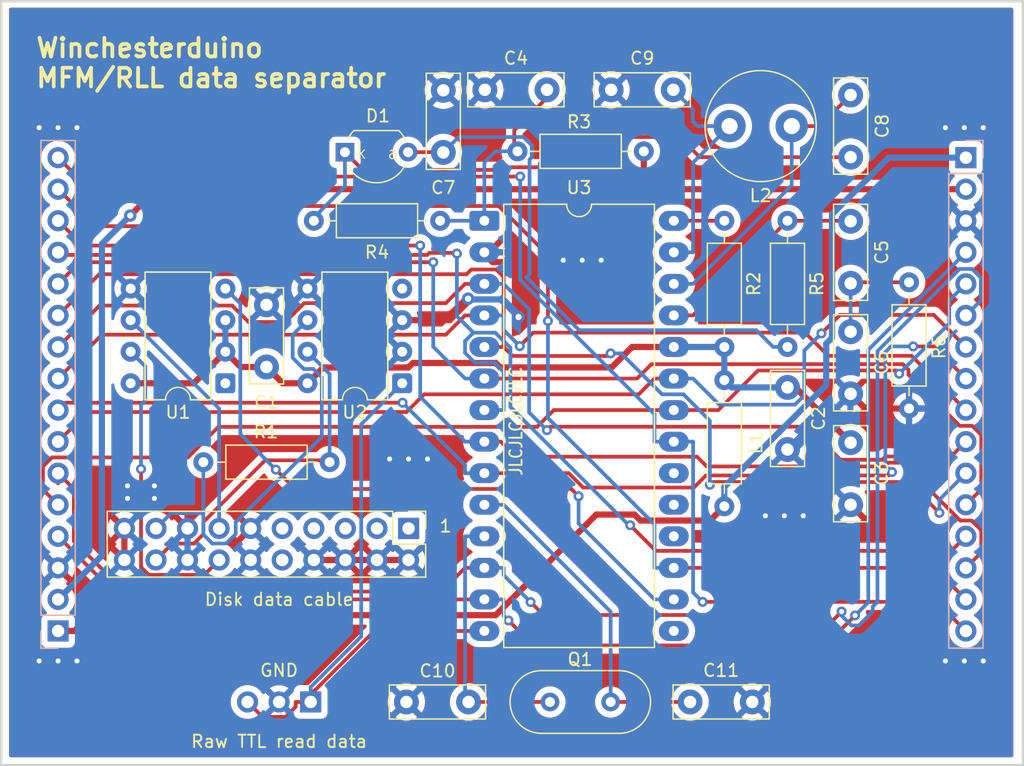
<source format=kicad_pcb>
(kicad_pcb (version 20241229) (generator "pcbnew") (generator_version "9.0")
  (title_block (date "mar. 31 mars 2015"))
  (layers (0 "F.Cu" signal) (2 "B.Cu" signal) (13 "F.Paste" user) (15 "B.Paste" user) (5 "F.SilkS" user "F.Silkscreen") (7 "B.SilkS" user "B.Silkscreen") (1 "F.Mask" user) (3 "B.Mask" user) (25 "Edge.Cuts" user))
  (net 0 "")
  (net 1 "GND")
  (net 2 "/+5VF")
  (net 3 "Net-(U3-ADJUST)")
  (net 4 "Net-(U3-PUMP)")
  (net 5 "Net-(C5-Pad2)")
  (net 6 "Net-(D1-A)")
  (net 7 "Net-(U3-VCOIN)")
  (net 8 "Net-(D1-K)")
  (net 9 "Net-(U3-VCOOUT)")
  (net 10 "Net-(U3-XTALOUT)")
  (net 11 "Net-(U3-XTALIN)")
  (net 12 "/SC")
  (net 13 "/WGATE")
  (net 14 "/RLL~{MFM}")
  (net 15 "/WCLOCK")
  (net 16 "/RCLOCK")
  (net 17 "/+12V")
  (net 18 "/~{LATE}")
  (net 19 "/RDATA")
  (net 20 "/WDATA")
  (net 21 "/RGATE")
  (net 22 "/~{EARLY}")
  (net 23 "/DATARUN")
  (net 24 "/+5V")
  (net 25 "/WPCEN")
  (net 26 "/WINDOW")
  (net 28 "/+WRITE")
  (net 34 "/-READ")
  (net 35 "/+READ")
  (net 36 "/-WRITE")
  (net 37 "Net-(J4-Pin_1)")
  (net 38 "Net-(U3-IREF)")
  (net 39 "Net-(U1-D)")
  (footprint "Resistor_THT:R_Axial_DIN0207_L6.3mm_D2.5mm_P10.16mm_Horizontal" (layer "F.Cu") (at 124.384 56.185)
    (property "Reference" "R4")
    (property "Value" "100K")
  )
  (footprint "Capacitor_THT:C_Disc_D7.5mm_W2.5mm_P5.00mm" (layer "F.Cu") (at 167.564 74.045 -90)
    (property "Reference" "C3")
    (property "Value" "1n0")
  )
  (footprint "Package_DIP:DIP-8_W7.62mm" (layer "F.Cu") (at 131.491 69.266 180)
    (property "Reference" "U2")
    (property "Value" "SN75176")
  )
  (footprint "Package_DIP:DIP-28_W15.24mm_LongPads" (layer "F.Cu") (at 138.1 56.185)
    (property "Reference" "U3")
    (property "Value" "WD10C22")
  )
  (footprint "Capacitor_THT:C_Disc_D7.5mm_W2.5mm_P5.00mm" (layer "F.Cu") (at 153.3 45.644 180)
    (property "Reference" "C9")
    (property "Value" "1n0")
  )
  (footprint "Capacitor_THT:C_Disc_D7.5mm_W2.5mm_P5.00mm" (layer "F.Cu") (at 167.564 56.225 -90)
    (property "Reference" "C5")
    (property "Value" "4n7")
  )
  (footprint "Connector_PinHeader_2.54mm:PinHeader_2x10_P2.54mm_Vertical" (layer "F.Cu") (at 132.004 80.95 -90)
    (property "Reference" "J3" (hide yes))
    (property "Value" "Conn_02x10_Odd_Even")
  )
  (footprint "Resistor_THT:R_Axial_DIN0207_L6.3mm_D2.5mm_P10.16mm_Horizontal" (layer "F.Cu") (at 162.484 56.185 -90)
    (property "Reference" "R5")
    (property "Value" "1K5")
  )
  (footprint "Resistor_THT:R_Axial_DIN0207_L6.3mm_D2.5mm_P10.16mm_Horizontal" (layer "F.Cu") (at 140.767 50.597)
    (property "Reference" "R3")
    (property "Value" "36K")
  )
  (footprint "Capacitor_THT:C_Disc_D7.5mm_W2.5mm_P5.00mm" (layer "F.Cu") (at 120.574 67.956 90)
    (property "Reference" "C1")
    (property "Value" "100n")
  )
  (footprint "Package_TO_SOT_THT:TO-92-2_Wide" (layer "F.Cu") (at 129.464 50.851)
    (property "Reference" "D1")
    (property "Value" "BB112")
  )
  (footprint "Resistor_THT:R_Axial_DIN0207_L6.3mm_D2.5mm_P10.16mm_Horizontal" (layer "F.Cu") (at 157.404 56.185 -90)
    (property "Reference" "R2")
    (property "Value" "10K")
  )
  (footprint "Capacitor_THT:C_Disc_D7.5mm_W2.5mm_P5.00mm" (layer "F.Cu") (at 167.564 51.065 90)
    (property "Reference" "C8")
    (property "Value" "1n0")
  )
  (footprint "Inductor_THT:L_Radial_D8.7mm_P5.00mm_Fastron_07HCP" (layer "F.Cu") (at 162.825 48.565 180)
    (property "Reference" "L2")
    (property "Value" "L_Small")
  )
  (footprint "Resistor_THT:R_Axial_DIN0207_L6.3mm_D2.5mm_P10.16mm_Horizontal" (layer "F.Cu") (at 157.404 79.172 90)
    (property "Reference" "L1")
    (property "Value" "ferrite bead")
  )
  (footprint "Resistor_THT:R_Axial_DIN0207_L6.3mm_D2.5mm_P10.16mm_Horizontal" (layer "F.Cu") (at 125.654 75.616 180)
    (property "Reference" "R1")
    (property "Value" "100")
  )
  (footprint "Resistor_THT:R_Axial_DIN0207_L6.3mm_D2.5mm_P10.16mm_Horizontal" (layer "F.Cu") (at 172.263 61.138 -90)
    (property "Reference" "R6")
    (property "Value" "590")
  )
  (footprint "Crystal:Crystal_HC49-U_Vertical" (layer "F.Cu") (at 143.38 94.92)
    (property "Reference" "Q1")
    (property "Value" "16 MHz")
  )
  (footprint "Capacitor_THT:C_Disc_D7.5mm_W2.5mm_P5.00mm" (layer "F.Cu") (at 159.65 94.92 180)
    (property "Reference" "C11")
    (property "Value" "~")
  )
  (footprint "Capacitor_THT:C_Disc_D7.5mm_W2.5mm_P5.00mm" (layer "F.Cu") (at 138.14 45.644)
    (property "Reference" "C4")
    (property "Value" "100n")
  )
  (footprint "Capacitor_THT:C_Disc_D7.5mm_W2.5mm_P5.00mm" (layer "F.Cu") (at 162.484 69.6 -90)
    (property "Reference" "C2")
    (property "Value" "100n")
  )
  (footprint "Capacitor_THT:C_Disc_D7.5mm_W2.5mm_P5.00mm" (layer "F.Cu") (at 167.564 65.115 -90)
    (property "Reference" "C6")
    (property "Value" "150p")
  )
  (footprint "Package_DIP:DIP-8_W7.62mm" (layer "F.Cu") (at 117.267 69.266 180)
    (property "Reference" "U1")
    (property "Value" "SN75176")
  )
  (footprint "Capacitor_THT:C_Disc_D7.5mm_W2.5mm_P5.00mm" (layer "F.Cu") (at 131.83 94.92)
    (property "Reference" "C10")
    (property "Value" "~")
  )
  (footprint "Capacitor_THT:C_Disc_D7.5mm_W2.5mm_P5.00mm" (layer "F.Cu") (at 134.798 45.684 -90)
    (property "Reference" "C7")
    (property "Value" "4n7")
  )
  (footprint "Connector_PinHeader_2.54mm:PinHeader_1x03_P2.54mm_Vertical" (layer "F.Cu") (at 124.13 94.92 -90)
    (property "Reference" "J4" (hide yes))
    (property "Value" "TTL read data to logic analyzer (optional)")
  )
  (footprint "Connector_PinHeader_2.54mm:PinHeader_1x16_P2.54mm_Vertical" (layer "B.Cu") (at 176.835 51.105 180)
    (property "Reference" "J2" (hide yes))
    (property "Value" "Conn_01x16")
  )
  (footprint "Connector_PinHeader_2.54mm:PinHeader_1x16_P2.54mm_Vertical" (layer "B.Cu") (at 103.81 89.205)
    (property "Reference" "J1" (hide yes))
    (property "Value" "Conn_01x16")
  )
  (gr_rect (start 99.238 38.515) (end 181.426727 100) (stroke (width 0.2)) (fill no) (layer "Edge.Cuts"))
  (gr_text "Winchesterduino\nMFM/RLL data separator" (at 101.905 43.485 0) (layer "F.SilkS") (effects (font (size 1.5 1.5) (thickness 0.3) (bold yes)) (justify left)))
  (gr_text "GND" (at 121.59 92.38 0) (layer "F.SilkS") (effects (font (size 1 1))))
  (gr_text "Raw TTL read data" (at 121.59 98.095 0) (layer "F.SilkS") (effects (font (size 1 1))))
  (gr_text "Disk data cable" (at 121.59 86.665 0) (layer "F.SilkS") (effects (font (size 1 1))))
  (gr_text "1" (at 134.983348 80.754446 0) (layer "F.SilkS") (effects (font (size 1 1))))
  (gr_text "JLCJLCJLCJLC" (at 140.64 72.314 90) (layer "F.SilkS") (effects (font (size 1 0.85) (thickness 0.15) (bold yes))))
  (segment (start 109.144 83.49) (end 106.731 81.077) (width 0.5) (layer "F.Cu") (net 1))
  (segment (start 114.224 80.95) (end 114.224 78.918) (width 0.5) (layer "F.Cu") (net 1))
  (segment (start 139.9827 59.5093) (end 140.132 59.36) (width 0.5) (layer "F.Cu") (net 1))
  (segment (start 138.481 58.725) (end 139.624 57.582) (width 0.5) (layer "F.Cu") (net 1))
  (segment (start 114.224 80.95) (end 114.224 80.442) (width 0.5) (layer "F.Cu") (net 1))
  (segment (start 124.384 83.49) (end 126.924 83.49) (width 0.5) (layer "F.Cu") (net 1))
  (segment (start 109.144 83.49) (end 109.144 80.95) (width 0.5) (layer "F.Cu") (net 1))
  (segment (start 138.1 58.852) (end 138.7573 59.5093) (width 0.5) (layer "F.Cu") (net 1))
  (segment (start 138.1 58.725) (end 138.481 58.725) (width 0.5) (layer "F.Cu") (net 1))
  (segment (start 131.491 64.186) (end 135.306 64.186) (width 0.5) (layer "F.Cu") (net 1))
  (segment (start 129.464 83.49) (end 132.004 83.49) (width 0.5) (layer "F.Cu") (net 1))
  (segment (start 135.306 64.186) (end 136.791501 62.700499) (width 0.5) (layer "F.Cu") (net 1))
  (segment (start 114.224 80.442) (end 115.494 79.172) (width 0.5) (layer "F.Cu") (net 1))
  (segment (start 138.1 58.725) (end 138.1 58.852) (width 0.5) (layer "F.Cu") (net 1))
  (segment (start 138.862 59.5093) (end 139.9827 59.5093) (width 0.5) (layer "F.Cu") (net 1))
  (segment (start 136.791501 62.700499) (end 136.791501 62.458579) (width 0.5) (layer "F.Cu") (net 1))
  (segment (start 138.7573 59.5093) (end 138.862 59.5093) (width 0.5) (layer "F.Cu") (net 1))
  (segment (start 126.924 83.49) (end 129.464 83.49) (width 0.5) (layer "F.Cu") (net 1))
  (via (at 136.791501 62.458579) (size 1) (drill 0.5) (layers "F.Cu" "B.Cu") (net 1))
  (via (at 176.708 48.692) (size 0.8) (drill 0.4) (layers "F.Cu" "B.Cu") (net 1))
  (via (at 103.81 91.618) (size 0.8) (drill 0.4) (layers "F.Cu" "B.Cu") (net 1))
  (via (at 176.708 91.618) (size 0.8) (drill 0.4) (layers "F.Cu" "B.Cu") (net 1))
  (via (at 111.557 77.521) (size 0.8) (drill 0.4) (layers "F.Cu" "B.Cu") (net 1))
  (via (at 145.974 59.36) (size 0.8) (drill 0.4) (layers "F.Cu" "B.Cu") (net 1))
  (via (at 175.184 48.692) (size 0.8) (drill 0.4) (layers "F.Cu" "B.Cu") (net 1))
  (via (at 163.754 79.934) (size 0.8) (drill 0.4) (layers "F.Cu" "B.Cu") (net 1))
  (via (at 111.557 78.537) (size 0.8) (drill 0.4) (layers "F.Cu" "B.Cu") (net 1))
  (via (at 160.706 79.934) (size 0.8) (drill 0.4) (layers "F.Cu" "B.Cu") (net 1))
  (via (at 147.498 59.36) (size 0.8) (drill 0.4) (layers "F.Cu" "B.Cu") (net 1))
  (via (at 175.184 91.618) (size 0.8) (drill 0.4) (layers "F.Cu" "B.Cu") (net 1))
  (via (at 144.45 59.36) (size 0.8) (drill 0.4) (layers "F.Cu" "B.Cu") (net 1))
  (via (at 109.398 78.537) (size 0.8) (drill 0.4) (layers "F.Cu" "B.Cu") (net 1))
  (via (at 103.81 48.692) (size 0.8) (drill 0.4) (layers "F.Cu" "B.Cu") (net 1))
  (via (at 140.8511 63.932) (size 1) (drill 0.5) (layers "F.Cu" "B.Cu") (net 1))
  (via (at 130.48 75.362) (size 0.8) (drill 0.4) (layers "F.Cu" "B.Cu") (net 1))
  (via (at 178.232 91.618) (size 0.8) (drill 0.4) (layers "F.Cu" "B.Cu") (net 1))
  (via (at 109.398 77.521) (size 0.8) (drill 0.4) (layers "F.Cu" "B.Cu") (net 1))
  (via (at 105.334 48.692) (size 0.8) (drill 0.4) (layers "F.Cu" "B.Cu") (net 1))
  (via (at 162.23 79.934) (size 0.8) (drill 0.4) (layers "F.Cu" "B.Cu") (net 1))
  (via (at 105.334 91.618) (size 0.8) (drill 0.4) (layers "F.Cu" "B.Cu") (net 1))
  (via (at 102.286 48.692) (size 0.8) (drill 0.4) (layers "F.Cu" "B.Cu") (net 1))
  (via (at 133.528 75.362) (size 0.8) (drill 0.4) (layers "F.Cu" "B.Cu") (net 1))
  (via (at 178.232 48.692) (size 0.8) (drill 0.4) (layers "F.Cu" "B.Cu") (net 1))
  (via (at 132.004 75.362) (size 0.8) (drill 0.4) (layers "F.Cu" "B.Cu") (net 1))
  (via (at 102.286 91.618) (size 0.8) (drill 0.4) (layers "F.Cu" "B.Cu") (net 1))
  (segment (start 136.791501 62.458579) (end 136.848922 62.516) (width 0.5) (layer "B.Cu") (net 1))
  (segment (start 136.848922 62.516) (end 139.4351 62.516) (width 0.5) (layer "B.Cu") (net 1))
  (segment (start 163.079 74.6) (end 162.484 74.6) (width 0.5) (layer "B.Cu") (net 1))
  (segment (start 167.564 70.115) (end 163.079 74.6) (width 0.5) (layer "B.Cu") (net 1))
  (segment (start 167.544 72.04) (end 167.564 72.06) (width 0.5) (layer "B.Cu") (net 1))
  (segment (start 139.4351 62.516) (end 140.8511 63.932) (width 0.5) (layer "B.Cu") (net 1))
  (segment (start 167.564 70.115) (end 167.544 70.135) (width 0.5) (layer "B.Cu") (net 1))
  (segment (start 114.224 83.49) (end 114.224 80.95) (width 0.5) (layer "B.Cu") (net 1))
  (segment (start 167.544 70.135) (end 167.544 72.04) (width 0.5) (layer "B.Cu") (net 1))
  (segment (start 123.871 69.266) (end 121.884 69.266) (width 0.5) (layer "F.Cu") (net 2))
  (segment (start 153.34 66.345) (end 149.982096 66.345) (width 0.5) (layer "F.Cu") (net 2))
  (segment (start 121.884 69.266) (end 120.574 67.956) (width 0.5) (layer "F.Cu") (net 2))
  (segment (start 163.119 69.6) (end 162.484 69.6) (width 0.5) (layer "F.Cu") (net 2))
  (segment (start 149.982096 66.345) (end 148.336187 67.990909) (width 0.5) (layer "F.Cu") (net 2))
  (segment (start 139.018181 67.634) (end 132.352182 67.634) (width 0.5) (layer "F.Cu") (net 2))
  (segment (start 120.574 67.956) (end 118.497 67.956) (width 0.5) (layer "F.Cu") (net 2))
  (segment (start 132.352182 67.634) (end 131.990182 67.996) (width 0.5) (layer "F.Cu") (net 2))
  (segment (start 125.141 67.996) (end 123.871 69.266) (width 0.5) (layer "F.Cu") (net 2))
  (segment (start 109.647 69.266) (end 114.727 69.266) (width 0.5) (layer "F.Cu") (net 2))
  (segment (start 139.37509 67.990909) (end 139.018181 67.634) (width 0.5) (layer "F.Cu") (net 2))
  (segment (start 167.564 74.045) (end 163.119 69.6) (width 0.5) (layer "F.Cu") (net 2))
  (segment (start 118.497 67.956) (end 117.267 66.726) (width 0.5) (layer "F.Cu") (net 2))
  (segment (start 114.727 69.266) (end 117.267 66.726) (width 0.5) (layer "F.Cu") (net 2))
  (segment (start 148.336187 67.990909) (end 139.37509 67.990909) (width 0.5) (layer "F.Cu") (net 2))
  (segment (start 131.990182 67.996) (end 125.141 67.996) (width 0.5) (layer "F.Cu") (net 2))
  (segment (start 157.404 66.345) (end 153.34 66.345) (width 0.5) (layer "B.Cu") (net 2))
  (segment (start 157.404 69.012) (end 157.404 66.345) (width 0.5) (layer "B.Cu") (net 2))
  (segment (start 117.267 66.726) (end 117.267 64.186) (width 0.5) (layer "B.Cu") (net 2))
  (segment (start 162.484 69.6) (end 157.992 69.6) (width 0.5) (layer "B.Cu") (net 2))
  (segment (start 157.992 69.6) (end 157.404 69.012) (width 0.5) (layer "B.Cu") (net 2))
  (segment (start 143.775 45.644) (end 140.50374 48.91526) (width 0.3) (layer "F.Cu") (net 3))
  (segment (start 140.50374 48.91526) (end 140.50374 50.33374) (width 0.3) (layer "F.Cu") (net 3))
  (segment (start 137.973 56.312) (end 138.1 56.185) (width 0.3) (layer "B.Cu") (net 3))
  (segment (start 138.989 50.597) (end 140.767 50.597) (width 0.3) (layer "B.Cu") (net 3))
  (segment (start 138.1 51.486) (end 138.989 50.597) (width 0.3) (layer "B.Cu") (net 3))
  (segment (start 134.544 56.185) (end 138.1 56.185) (width 0.3) (layer "B.Cu") (net 3))
  (segment (start 138.1 51.486) (end 138.1 56.185) (width 0.3) (layer "B.Cu") (net 3))
  (segment (start 167.524 56.185) (end 167.564 56.225) (width 0.3) (layer "F.Cu") (net 4))
  (segment (start 154.8917 63.7773) (end 162.484 56.185) (width 0.3) (layer "F.Cu") (net 4))
  (segment (start 153.34 63.805) (end 154.8917 63.805) (width 0.3) (layer "F.Cu") (net 4))
  (segment (start 154.8917 63.805) (end 154.8917 63.7773) (width 0.3) (layer "F.Cu") (net 4))
  (segment (start 162.484 56.185) (end 167.524 56.185) (width 0.3) (layer "F.Cu") (net 4))
  (segment (start 167.651 61.138) (end 167.564 61.225) (width 0.3) (layer "F.Cu") (net 5))
  (segment (start 172.517 61.138) (end 167.651 61.138) (width 0.3) (layer "F.Cu") (net 5))
  (segment (start 167.564 65.115) (end 167.564 61.225) (width 0.3) (layer "B.Cu") (net 5))
  (segment (start 134.778667 50.664667) (end 134.798 50.684) (width 0.3) (layer "F.Cu") (net 6))
  (segment (start 131.496 50.664667) (end 134.778667 50.664667) (width 0.3) (layer "F.Cu") (net 6))
  (segment (start 159.9826 64.9953) (end 145.73462 64.9953) (width 0.3) (layer "B.Cu") (net 6))
  (segment (start 145.73462 64.9953) (end 141.4866 60.74728) (width 0.3) (layer "B.Cu") (net 6))
  (segment (start 141.918 50.12024) (end 141.24376 49.446) (width 0.3) (layer "B.Cu") (net 6))
  (segment (start 141.24376 49.446) (end 136.036 49.446) (width 0.3) (layer "B.Cu") (net 6))
  (segment (start 141.7366 51.25516) (end 141.918 51.07376) (width 0.3) (layer "B.Cu") (net 6))
  (segment (start 141.4866 60.74728) (end 141.7366 60.49728) (width 0.3) (layer "B.Cu") (net 6))
  (segment (start 161.3323 66.345) (end 159.9826 64.9953) (width 0.3) (layer "B.Cu") (net 6))
  (segment (start 162.484 66.345) (end 161.3323 66.345) (width 0.3) (layer "B.Cu") (net 6))
  (segment (start 136.036 49.446) (end 134.798 50.684) (width 0.3) (layer "B.Cu") (net 6))
  (segment (start 141.918 51.07376) (end 141.918 50.12024) (width 0.3) (layer "B.Cu") (net 6))
  (segment (start 141.7366 60.49728) (end 141.7366 51.25516) (width 0.3) (layer "B.Cu") (net 6))
  (segment (start 162.825 48.565) (end 165.064 48.565) (width 0.3) (layer "F.Cu") (net 7))
  (segment (start 165.064 48.565) (end 167.564 46.065) (width 0.3) (layer "F.Cu") (net 7))
  (segment (start 153.34 61.265) (end 154.8917 61.265) (width 0.3) (layer "B.Cu") (net 7))
  (segment (start 162.825 53.3317) (end 154.8917 61.265) (width 0.3) (layer "B.Cu") (net 7))
  (segment (start 162.825 48.565) (end 162.825 53.3317) (width 0.3) (layer "B.Cu") (net 7))
  (segment (start 128.311455 52.0898) (end 126.886322 50.664667) (width 0.3) (layer "F.Cu") (net 8))
  (segment (start 153.8139 49.446) (end 149.919 49.446) (width 0.3) (layer "F.Cu") (net 8))
  (segment (start 147.4877 51.8773) (end 139.6687 51.8773) (width 0.3) (layer "F.Cu") (net 8))
  (segment (start 149.919 49.446) (end 147.4877 51.8773) (width 0.3) (layer "F.Cu") (net 8))
  (segment (start 167.564 51.065) (end 155.4329 51.065) (width 0.3) (layer "F.Cu") (net 8))
  (segment (start 139.4562 52.0898) (end 128.311455 52.0898) (width 0.3) (layer "F.Cu") (net 8))
  (segment (start 139.6687 51.8773) (end 139.4562 52.0898) (width 0.3) (layer "F.Cu") (net 8))
  (segment (start 155.4329 51.065) (end 153.8139 49.446) (width 0.3) (layer "F.Cu") (net 8))
  (segment (start 126.886322 50.664667) (end 126.886322 53.428678) (width 0.3) (layer "B.Cu") (net 8))
  (segment (start 126.886322 53.428678) (end 124.003 56.312) (width 0.3) (layer "B.Cu") (net 8))
  (segment (start 153.34 58.725) (end 154.8917 58.725) (width 0.3) (layer "B.Cu") (net 9))
  (segment (start 157.825 48.565) (end 154.8917 51.4983) (width 0.3) (layer "B.Cu") (net 9))
  (segment (start 157.825 48.565) (end 155.245 48.565) (width 0.3) (layer "B.Cu") (net 9))
  (segment (start 155.245 48.565) (end 154.864 48.184) (width 0.3) (layer "B.Cu") (net 9))
  (segment (start 154.864 47.208) (end 153.3 45.644) (width 0.3) (layer "B.Cu") (net 9))
  (segment (start 154.8917 51.4983) (end 154.8917 58.725) (width 0.3) (layer "B.Cu") (net 9))
  (segment (start 154.864 48.184) (end 154.864 47.208) (width 0.3) (layer "B.Cu") (net 9))
  (segment (start 143.38 94.92) (end 136.83 94.92) (width 0.3) (layer "F.Cu") (net 10))
  (segment (start 136.83 94.92) (end 136.5483 94.6383) (width 0.3) (layer "B.Cu") (net 10))
  (segment (start 136.5483 94.6383) (end 136.5483 81.585) (width 0.3) (layer "B.Cu") (net 10))
  (segment (start 138.1 81.585) (end 136.5483 81.585) (width 0.3) (layer "B.Cu") (net 10))
  (segment (start 148.26 94.92) (end 154.65 94.92) (width 0.3) (layer "F.Cu") (net 11))
  (segment (start 148.26 87.6533) (end 139.6517 79.045) (width 0.3) (layer "B.Cu") (net 11))
  (segment (start 138.1 79.045) (end 139.6517 79.045) (width 0.3) (layer "B.Cu") (net 11))
  (segment (start 148.26 94.92) (end 148.26 87.6533) (width 0.3) (layer "B.Cu") (net 11))
  (segment (start 174.4922 86.8622) (end 155.6548 86.8622) (width 0.3) (layer "F.Cu") (net 12))
  (segment (start 103.81 51.105) (end 105.3333 52.6283) (width 0.3) (layer "F.Cu") (net 12))
  (segment (start 105.3333 52.6283) (end 140.9856 52.6283) (width 0.3) (layer "F.Cu") (net 12))
  (segment (start 176.835 89.205) (end 174.4922 86.8622) (width 0.3) (layer "F.Cu") (net 12))
  (via (at 155.6548 86.8622) (size 0.8) (drill 0.4) (layers "F.Cu" "B.Cu") (net 12))
  (via (at 140.9856 52.6283) (size 0.8) (drill 0.4) (layers "F.Cu" "B.Cu") (net 12))
  (segment (start 154.8917 73.965) (end 154.8917 86.0991) (width 0.3) (layer "B.Cu") (net 12))
  (segment (start 151.7883 73.965) (end 151.7883 71.7575) (width 0.3) (layer "B.Cu") (net 12))
  (segment (start 154.8917 86.0991) (end 155.6548 86.8622) (width 0.3) (layer "B.Cu") (net 12))
  (segment (start 153.7736 73.965) (end 154.8917 73.965) (width 0.3) (layer "B.Cu") (net 12))
  (segment (start 151.7883 71.7575) (end 140.9856 60.9548) (width 0.3) (layer "B.Cu") (net 12))
  (segment (start 140.9856 60.9548) (end 140.9856 52.6283) (width 0.3) (layer "B.Cu") (net 12))
  (segment (start 153.7736 73.965) (end 153.34 73.965) (width 0.3) (layer "B.Cu") (net 12))
  (segment (start 153.34 73.965) (end 151.7883 73.965) (width 0.3) (layer "B.Cu") (net 12))
  (segment (start 170.103079 75.4266) (end 170.37088 75.1588) (width 0.3) (layer "F.Cu") (net 13))
  (segment (start 170.37088 75.1588) (end 171.93712 75.1588) (width 0.3) (layer "F.Cu") (net 13))
  (segment (start 172.20492 75.4266) (end 175.3734 75.4266) (width 0.3) (layer "F.Cu") (net 13))
  (segment (start 134.9966 62.8167) (end 123.6116 62.8167) (width 0.3) (layer "F.Cu") (net 13))
  (segment (start 138.1 61.265) (end 136.5483 61.265) (width 0.3) (layer "F.Cu") (net 13))
  (segment (start 136.5483 61.265) (end 134.9966 62.8167) (width 0.3) (layer "F.Cu") (net 13))
  (segment (start 143.133 73.0421) (end 143.4107 72.7644) (width 0.3) (layer "F.Cu") (net 13))
  (segment (start 123.6116 62.8167) (end 122.0916 64.3367) (width 0.3) (layer "F.Cu") (net 13))
  (segment (start 166.7456 75.4266) (end 170.103079 75.4266) (width 0.3) (layer "F.Cu") (net 13))
  (segment (start 175.3734 75.4266) (end 176.835 73.965) (width 0.3) (layer "F.Cu") (net 13))
  (segment (start 107.1448 63.0102) (end 103.81 66.345) (width 0.3) (layer "F.Cu") (net 13))
  (segment (start 164.0834 72.7644) (end 166.7456 75.4266) (width 0.3) (layer "F.Cu") (net 13))
  (segment (start 119.137 64.3367) (end 117.8105 63.0102) (width 0.3) (layer "F.Cu") (net 13))
  (segment (start 143.4107 72.7644) (end 164.0834 72.7644) (width 0.3) (layer "F.Cu") (net 13))
  (segment (start 122.0916 64.3367) (end 119.137 64.3367) (width 0.3) (layer "F.Cu") (net 13))
  (segment (start 171.93712 75.1588) (end 172.20492 75.4266) (width 0.3) (layer "F.Cu") (net 13))
  (segment (start 117.8105 63.0102) (end 107.1448 63.0102) (width 0.3) (layer "F.Cu") (net 13))
  (via (at 143.133 73.0421) (size 0.8) (drill 0.4) (layers "F.Cu" "B.Cu") (net 13))
  (segment (start 141.7011 71.6102) (end 143.133 73.0421) (width 0.3) (layer "B.Cu") (net 13))
  (segment (start 141.7011 63.3144) (end 141.7011 71.6102) (width 0.3) (layer "B.Cu") (net 13))
  (segment (start 139.6517 61.265) (end 141.7011 63.3144) (width 0.3) (layer "B.Cu") (net 13))
  (segment (start 138.1 61.265) (end 139.6517 61.265) (width 0.3) (layer "B.Cu") (net 13))
  (segment (start 153.34 84.125) (end 154.8917 84.125) (width 0.3) (layer "F.Cu") (net 14))
  (segment (start 176.835 86.665) (end 174.295 84.125) (width 0.3) (layer "F.Cu") (net 14))
  (segment (start 139.2673 54.9999) (end 143.215 58.9476) (width 0.3) (layer "F.Cu") (net 14))
  (segment (start 143.215 58.9476) (end 143.215 64.2472) (width 0.3) (layer "F.Cu") (net 14))
  (segment (start 122.8629 54.9999) (end 139.2673 54.9999) (width 0.3) (layer "F.Cu") (net 14))
  (segment (start 121.2419 56.6209) (end 122.8629 54.9999) (width 0.3) (layer "F.Cu") (net 14))
  (segment (start 103.81 53.645) (end 106.7859 56.6209) (width 0.3) (layer "F.Cu") (net 14))
  (segment (start 174.295 84.125) (end 154.8917 84.125) (width 0.3) (layer "F.Cu") (net 14))
  (segment (start 106.7859 56.6209) (end 121.2419 56.6209) (width 0.3) (layer "F.Cu") (net 14))
  (via (at 143.215 64.2472) (size 0.8) (drill 0.4) (layers "F.Cu" "B.Cu") (net 14))
  (segment (start 153.34 84.125) (end 151.7883 84.125) (width 0.3) (layer "B.Cu") (net 14))
  (segment (start 151.7883 84.125) (end 151.7883 80.6344) (width 0.3) (layer "B.Cu") (net 14))
  (segment (start 143.215 72.0611) (end 143.215 64.2472) (width 0.3) (layer "B.Cu") (net 14))
  (segment (start 151.7883 80.6344) (end 143.215 72.0611) (width 0.3) (layer "B.Cu") (net 14))
  (segment (start 146.0444 77.6598) (end 144.8896 76.505) (width 0.3) (layer "F.Cu") (net 15))
  (segment (start 155.9276 76.6873) (end 154.9552 77.6597) (width 0.3) (layer "F.Cu") (net 15))
  (segment (start 154.9552 77.6598) (end 146.0444 77.6598) (width 0.3) (layer "F.Cu") (net 15))
  (segment (start 170.8911 76.4116) (end 170.6154 76.6873) (width 0.3) (layer "F.Cu") (net 15))
  (segment (start 144.8896 76.505) (end 139.6517 76.505) (width 0.3) (layer "F.Cu") (net 15))
  (segment (start 154.9552 77.6597) (end 154.9552 77.6598) (width 0.3) (layer "F.Cu") (net 15))
  (segment (start 138.1 76.505) (end 139.6517 76.505) (width 0.3) (layer "F.Cu") (net 15))
  (segment (start 172.600719 66.301719) (end 174.251719 66.301719) (width 0.3) (layer "F.Cu") (net 15))
  (segment (start 103.81 71.425) (end 104.4035 70.8315) (width 0.3) (layer "F.Cu") (net 15))
  (segment (start 174.251719 66.301719) (end 176.835 68.885) (width 0.3) (layer "F.Cu") (net 15))
  (segment (start 104.4035 70.8315) (end 131.5225 70.8315) (width 0.3) (layer "F.Cu") (net 15))
  (segment (start 170.6154 76.6873) (end 155.9276 76.6873) (width 0.3) (layer "F.Cu") (net 15))
  (via (at 170.8911 76.4116) (size 0.8) (drill 0.4) (layers "F.Cu" "B.Cu") (net 15))
  (via (at 172.600719 66.301719) (size 0.8) (drill 0.4) (layers "F.Cu" "B.Cu") (net 15))
  (via (at 131.5225 70.8315) (size 0.8) (drill 0.4) (layers "F.Cu" "B.Cu") (net 15))
  (segment (start 131.5225 70.8315) (end 136.5483 75.8573) (width 0.3) (layer "B.Cu") (net 15))
  (segment (start 136.5483 75.8573) (end 136.5483 76.505) (width 0.3) (layer "B.Cu") (net 15))
  (segment (start 138.1 76.505) (end 136.5483 76.505) (width 0.3) (layer "B.Cu") (net 15))
  (segment (start 170.8911 76.4116) (end 170.358 75.8785) (width 0.3) (layer "B.Cu") (net 15))
  (segment (start 170.358 75.8785) (end 170.358 66.75112) (width 0.3) (layer "B.Cu") (net 15))
  (segment (start 170.807401 66.301719) (end 172.600719 66.301719) (width 0.3) (layer "B.Cu") (net 15))
  (segment (start 170.358 66.75112) (end 170.37056 66.73856) (width 0.3) (layer "B.Cu") (net 15))
  (segment (start 170.37056 66.73856) (end 170.807401 66.301719) (width 0.3) (layer "B.Cu") (net 15))
  (segment (start 103.81 73.965) (end 106.1918 71.5832) (width 0.3) (layer "F.Cu") (net 16))
  (segment (start 166.7066 63.7633) (end 165.214 65.2559) (width 0.3) (layer "F.Cu") (net 16))
  (segment (start 152.5642 68.885) (end 151.7883 68.885) (width 0.3) (layer "F.Cu") (net 16))
  (segment (start 131.8338 71.5832) (end 133.262 70.155) (width 0.3) (layer "F.Cu") (net 16))
  (segment (start 152.5642 68.885) (end 153.34 68.885) (width 0.3) (layer "F.Cu") (net 16))
  (segment (start 106.1918 71.5832) (end 131.8338 71.5832) (width 0.3) (layer "F.Cu") (net 16))
  (segment (start 150.5183 70.155) (end 151.7883 68.885) (width 0.3) (layer "F.Cu") (net 16))
  (segment (start 174.2533 63.7633) (end 166.7066 63.7633) (width 0.3) (layer "F.Cu") (net 16))
  (segment (start 133.262 70.155) (end 150.5183 70.155) (width 0.3) (layer "F.Cu") (net 16))
  (segment (start 176.835 66.345) (end 174.2533 63.7633) (width 0.3) (layer "F.Cu") (net 16))
  (via (at 165.214 65.2559) (size 0.8) (drill 0.4) (layers "F.Cu" "B.Cu") (net 16))
  (segment (start 163.8357 66.6342) (end 165.214 65.2559) (width 0.3) (layer "B.Cu") (net 16))
  (segment (start 153.34 68.885) (end 154.8917 68.885) (width 0.3) (layer "B.Cu") (net 16))
  (segment (start 163.8357 70.2398) (end 163.8357 66.6342) (width 0.3) (layer "B.Cu") (net 16))
  (segment (start 156.9926 70.9859) (end 163.0896 70.9859) (width 0.3) (layer "B.Cu") (net 16))
  (segment (start 163.0896 70.9859) (end 163.8357 70.2398) (width 0.3) (layer "B.Cu") (net 16))
  (segment (start 154.8917 68.885) (end 156.9926 70.9859) (width 0.3) (layer "B.Cu") (net 16))
  (segment (start 176.835 53.645) (end 150.927 53.645) (width 0.5) (layer "F.Cu") (net 17))
  (segment (start 111.7354 53.645) (end 109.6175 55.7629) (width 0.5) (layer "F.Cu") (net 17))
  (segment (start 150.2737 53.645) (end 111.7354 53.645) (width 0.5) (layer "F.Cu") (net 17))
  (segment (start 150.927 50.597) (end 150.927 53.645) (width 0.5) (layer "F.Cu") (net 17))
  (segment (start 150.927 53.645) (end 150.2737 53.645) (width 0.5) (layer "F.Cu") (net 17))
  (via (at 109.6175 55.7629) (size 1) (drill 0.5) (layers "F.Cu" "B.Cu") (net 17))
  (segment (start 107.3344 58.046) (end 109.6175 55.7629) (width 0.5) (layer "B.Cu") (net 17))
  (segment (start 107.3344 83.1406) (end 107.3344 58.046) (width 0.5) (layer "B.Cu") (net 17))
  (segment (start 103.81 86.665) (end 107.3344 83.1406) (width 0.5) (layer "B.Cu") (net 17))
  (segment (start 150.3843 68.885) (end 138.1 68.885) (width 0.3) (layer "F.Cu") (net 18))
  (segment (start 171.758 67.7285) (end 151.5408 67.7285) (width 0.3) (layer "F.Cu") (net 18))
  (segment (start 172.2165 68.187) (end 171.758 67.7285) (width 0.3) (layer "F.Cu") (net 18))
  (segment (start 176.3384 72.695) (end 172.2165 68.5731) (width 0.3) (layer "F.Cu") (net 18))
  (segment (start 103.81 61.265) (end 105.5531 59.5219) (width 0.3) (layer "F.Cu") (net 18))
  (segment (start 176.835 79.045) (end 178.0709 77.8091) (width 0.3) (layer "F.Cu") (net 18))
  (segment (start 177.3439 72.695) (end 176.3384 72.695) (width 0.3) (layer "F.Cu") (net 18))
  (segment (start 105.5531 59.5219) (end 133.9863 59.5219) (width 0.3) (layer "F.Cu") (net 18))
  (segment (start 172.2165 68.5731) (end 172.2165 68.187) (width 0.3) (layer "F.Cu") (net 18))
  (segment (start 178.0709 77.8091) (end 178.0709 73.422) (width 0.3) (layer "F.Cu") (net 18))
  (segment (start 151.5408 67.7285) (end 150.3843 68.885) (width 0.3) (layer "F.Cu") (net 18))
  (segment (start 178.0709 73.422) (end 177.3439 72.695) (width 0.3) (layer "F.Cu") (net 18))
  (via (at 133.9863 59.5219) (size 0.8) (drill 0.4) (layers "F.Cu" "B.Cu") (net 18))
  (segment (start 133.9863 59.5219) (end 133.9863 66.323) (width 0.3) (layer "B.Cu") (net 18))
  (segment (start 138.1 68.885) (end 136.5483 68.885) (width 0.3) (layer "B.Cu") (net 18))
  (segment (start 133.9863 66.323) (end 136.5483 68.885) (width 0.3) (layer "B.Cu") (net 18))
  (segment (start 152.5642 71.425) (end 151.7883 71.425) (width 0.3) (layer "F.Cu") (net 19))
  (segment (start 142.3369 72.7754) (end 116.7058 72.7754) (width 0.3) (layer "F.Cu") (net 19))
  (segment (start 143.6872 71.425) (end 142.3369 72.7753) (width 0.3) (layer "F.Cu") (net 19))
  (segment (start 156.9214 71.425) (end 160.1112 68.2352) (width 0.3) (layer "F.Cu") (net 19))
  (segment (start 160.1112 68.2352) (end 171.2017 68.2352) (width 0.3) (layer "F.Cu") (net 19))
  (segment (start 114.2462 75.235) (end 103.3224 75.235) (width 0.3) (layer "F.Cu") (net 19))
  (segment (start 171.2017 68.2352) (end 171.4648 68.4983) (width 0.3) (layer "F.Cu") (net 19))
  (segment (start 152.5642 71.425) (end 153.34 71.425) (width 0.3) (layer "F.Cu") (net 19))
  (segment (start 102.5909 77.8259) (end 103.81 79.045) (width 0.3) (layer "F.Cu") (net 19))
  (segment (start 103.3224 75.235) (end 102.5909 75.9665) (width 0.3) (layer "F.Cu") (net 19))
  (segment (start 151.7883 71.425) (end 143.6872 71.425) (width 0.3) (layer "F.Cu") (net 19))
  (segment (start 153.34 71.425) (end 156.9214 71.425) (width 0.3) (layer "F.Cu") (net 19))
  (segment (start 142.3369 72.7753) (end 142.3369 72.7754) (width 0.3) (layer "F.Cu") (net 19))
  (segment (start 116.7058 72.7754) (end 114.2462 75.235) (width 0.3) (layer "F.Cu") (net 19))
  (segment (start 102.5909 75.9665) (end 102.5909 77.8259) (width 0.3) (layer "F.Cu") (net 19))
  (via (at 171.4648 68.4983) (size 0.8) (drill 0.4) (layers "F.Cu" "B.Cu") (net 19))
  (segment (start 175.4951 64.468) (end 175.4951 62.6048) (width 0.3) (layer "B.Cu") (net 19))
  (segment (start 171.4648 68.4983) (end 175.4951 64.468) (width 0.3) (layer "B.Cu") (net 19))
  (segment (start 175.4951 62.6048) (end 175.4952 62.6048) (width 0.3) (layer "B.Cu") (net 19))
  (segment (start 175.4952 62.6048) (end 176.835 61.265) (width 0.3) (layer "B.Cu") (net 19))
  (segment (start 171.7296 75.6598) (end 176.3848 80.315) (width 0.3) (layer "F.Cu") (net 20))
  (segment (start 103.81 56.185) (end 105.8078 58.1828) (width 0.3) (layer "F.Cu") (net 20))
  (segment (start 176.3848 80.315) (end 177.2963 80.315) (width 0.3) (layer "F.Cu") (net 20))
  (segment (start 138.1 73.965) (end 139.4194 73.965) (width 0.3) (layer "F.Cu") (net 20))
  (segment (start 170.2784 75.9598) (end 170.5784 75.6598) (width 0.3) (layer "F.Cu") (net 20))
  (segment (start 155.9878 75.9598) (end 170.2784 75.9598) (width 0.3) (layer "F.Cu") (net 20))
  (segment (start 170.5784 75.6598) (end 171.7296 75.6598) (width 0.3) (layer "F.Cu") (net 20))
  (segment (start 139.4194 73.965) (end 140.6349 75.1805) (width 0.3) (layer "F.Cu") (net 20))
  (segment (start 155.2085 75.1805) (end 155.9878 75.9598) (width 0.3) (layer "F.Cu") (net 20))
  (segment (start 140.6349 75.1805) (end 155.2085 75.1805) (width 0.3) (layer "F.Cu") (net 20))
  (segment (start 177.2963 80.315) (end 178.07 81.0887) (width 0.3) (layer "F.Cu") (net 20))
  (segment (start 178.07 82.89) (end 176.835 84.125) (width 0.3) (layer "F.Cu") (net 20))
  (segment (start 178.07 81.0887) (end 178.07 82.89) (width 0.3) (layer "F.Cu") (net 20))
  (segment (start 105.8078 58.1828) (end 132.9395 58.1828) (width 0.3) (layer "F.Cu") (net 20))
  (via (at 132.9395 58.1828) (size 0.8) (drill 0.4) (layers "F.Cu" "B.Cu") (net 20))
  (segment (start 138.1 73.965) (end 136.5483 73.965) (width 0.3) (layer "B.Cu") (net 20))
  (segment (start 132.9395 70.3562) (end 136.5483 73.965) (width 0.3) (layer "B.Cu") (net 20))
  (segment (start 132.9395 58.1828) (end 132.9395 70.3562) (width 0.3) (layer "B.Cu") (net 20))
  (segment (start 163.8957 65.1894) (end 142.0342 65.1894) (width 0.3) (layer "F.Cu") (net 21))
  (segment (start 138.1 63.805) (end 136.5483 63.805) (width 0.3) (layer "F.Cu") (net 21))
  (segment (start 134.9966 65.3567) (end 107.3383 65.3567) (width 0.3) (layer "F.Cu") (net 21))
  (segment (start 172.469 67.059) (end 165.7653 67.059) (width 0.3) (layer "F.Cu") (net 21))
  (segment (start 165.7653 67.059) (end 163.8957 65.1894) (width 0.3) (layer "F.Cu") (net 21))
  (segment (start 176.835 71.425) (end 172.469 67.059) (width 0.3) (layer "F.Cu") (net 21))
  (segment (start 142.0342 65.1894) (end 140.9494 66.2742) (width 0.3) (layer "F.Cu") (net 21))
  (segment (start 107.3383 65.3567) (end 103.81 68.885) (width 0.3) (layer "F.Cu") (net 21))
  (segment (start 136.5483 63.805) (end 134.9966 65.3567) (width 0.3) (layer "F.Cu") (net 21))
  (via (at 140.9494 66.2742) (size 0.8) (drill 0.4) (layers "F.Cu" "B.Cu") (net 21))
  (segment (start 139.6517 64.9765) (end 140.9494 66.2742) (width 0.3) (layer "B.Cu") (net 21))
  (segment (start 139.6517 63.805) (end 139.6517 64.9765) (width 0.3) (layer "B.Cu") (net 21))
  (segment (start 138.1 63.805) (end 139.6517 63.805) (width 0.3) (layer "B.Cu") (net 21))
  (segment (start 151.898 82.7573) (end 175.6627 82.7573) (width 0.3) (layer "F.Cu") (net 22))
  (segment (start 175.6627 82.7573) (end 176.835 81.585) (width 0.3) (layer "F.Cu") (net 22))
  (segment (start 135.8367 58.7702) (end 133.6751 58.7702) (width 0.3) (layer "F.Cu") (net 22))
  (segment (start 133.5108 58.9345) (end 104.0195 58.9345) (width 0.3) (layer "F.Cu") (net 22))
  (segment (start 104.0195 58.9345) (end 103.81 58.725) (width 0.3) (layer "F.Cu") (net 22))
  (segment (start 149.8347 80.694) (end 151.898 82.7573) (width 0.3) (layer "F.Cu") (net 22))
  (segment (start 133.6751 58.7702) (end 133.5108 58.9345) (width 0.3) (layer "F.Cu") (net 22))
  (segment (start 135.8915 58.825) (end 135.8367 58.7702) (width 0.3) (layer "F.Cu") (net 22))
  (via (at 135.8915 58.825) (size 0.8) (drill 0.4) (layers "F.Cu" "B.Cu") (net 22))
  (via (at 149.8347 80.694) (size 0.8) (drill 0.4) (layers "F.Cu" "B.Cu") (net 22))
  (segment (start 135.8915 63.8619) (end 135.8915 58.825) (width 0.3) (layer "B.Cu") (net 22))
  (segment (start 149.722 80.694) (end 149.8347 80.694) (width 0.3) (layer "B.Cu") (net 22))
  (segment (start 137.2229 65.1933) (end 135.8915 63.8619) (width 0.3) (layer "B.Cu") (net 22))
  (segment (start 137.2229 65.1933) (end 138.9771 65.1933) (width 0.3) (layer "B.Cu") (net 22))
  (segment (start 136.5483 65.8679) (end 136.5483 66.8221) (width 0.3) (layer "B.Cu") (net 22))
  (segment (start 140.1977 71.1697) (end 149.722 80.694) (width 0.3) (layer "B.Cu") (net 22))
  (segment (start 139.6517 68.3355) (end 139.6517 71.425) (width 0.3) (layer "B.Cu") (net 22))
  (segment (start 138.1 71.425) (end 139.6517 71.425) (width 0.3) (layer "B.Cu") (net 22))
  (segment (start 140.1977 66.4139) (end 140.1977 71.1697) (width 0.3) (layer "B.Cu") (net 22))
  (segment (start 136.5483 66.8221) (end 137.3397 67.6135) (width 0.3) (layer "B.Cu") (net 22))
  (segment (start 138.9771 65.1933) (end 140.1977 66.4139) (width 0.3) (layer "B.Cu") (net 22))
  (segment (start 137.2229 65.1933) (end 136.5483 65.8679) (width 0.3) (layer "B.Cu") (net 22))
  (segment (start 137.3397 67.6135) (end 138.9297 67.6135) (width 0.3) (layer "B.Cu") (net 22))
  (segment (start 138.9297 67.6135) (end 139.6517 68.3355) (width 0.3) (layer "B.Cu") (net 22))
  (segment (start 142.8623 87.9202) (end 157.7374 87.9202) (width 0.3) (layer "F.Cu") (net 23))
  (segment (start 109.144 86.03) (end 134.6433 86.03) (width 0.3) (layer "F.Cu") (net 23))
  (segment (start 159.5463 89.7291) (end 164.7538 89.7291) (width 0.3) (layer "F.Cu") (net 23))
  (segment (start 103.81 76.505) (end 103.81 77.3268) (width 0.3) (layer "F.Cu") (net 23))
  (segment (start 103.81 76.505) (end 105.08 77.775) (width 0.3) (layer "F.Cu") (net 23))
  (segment (start 105.08 77.775) (end 105.08 81.966) (width 0.3) (layer "F.Cu") (net 23))
  (segment (start 136.5483 84.125) (end 138.1 84.125) (width 0.3) (layer "F.Cu") (net 23))
  (segment (start 134.6433 86.03) (end 136.5483 84.125) (width 0.3) (layer "F.Cu") (net 23))
  (segment (start 164.7538 89.7291) (end 166.8387 87.6442) (width 0.3) (layer "F.Cu") (net 23))
  (segment (start 157.7374 87.9202) (end 159.5463 89.7291) (width 0.3) (layer "F.Cu") (net 23))
  (segment (start 105.08 81.966) (end 109.144 86.03) (width 0.3) (layer "F.Cu") (net 23))
  (segment (start 141.8204 86.8783) (end 142.8623 87.9202) (width 0.3) (layer "F.Cu") (net 23))
  (via (at 141.8204 86.8783) (size 0.8) (drill 0.4) (layers "F.Cu" "B.Cu") (net 23))
  (via (at 166.8387 87.6442) (size 0.8) (drill 0.4) (layers "F.Cu" "B.Cu") (net 23))
  (segment (start 169.342 87.6446) (end 168.2258 88.7608) (width 0.3) (layer "B.Cu") (net 23))
  (segment (start 178.0367 62.6033) (end 178.0367 60.7672) (width 0.3) (layer "B.Cu") (net 23))
  (segment (start 178.0367 60.7672) (end 177.3328 60.0633) (width 0.3) (layer "B.Cu") (net 23))
  (segment (start 139.6517 84.125) (end 139.6517 84.7096) (width 0.3) (layer "B.Cu") (net 23))
  (segment (start 168.2258 88.7608) (end 167.6289 88.7608) (width 0.3) (layer "B.Cu") (net 23))
  (segment (start 169.723 86.86592) (end 169.342 87.24692) (width 0.3) (layer "B.Cu") (net 23))
  (segment (start 138.1 84.125) (end 139.6517 84.125) (width 0.3) (layer "B.Cu") (net 23))
  (segment (start 169.342 87.24692) (end 169.342 87.6446) (width 0.3) (layer "B.Cu") (net 23))
  (segment (start 166.8387 87.9706) (end 166.8387 87.6442) (width 0.3) (layer "B.Cu") (net 23))
  (segment (start 177.3328 60.0633) (end 176.3373 60.0633) (width 0.3) (layer "B.Cu") (net 23))
  (segment (start 167.6289 88.7608) (end 166.8387 87.9706) (width 0.3) (layer "B.Cu") (net 23))
  (segment (start 139.6517 84.7096) (end 141.8204 86.8783) (width 0.3) (layer "B.Cu") (net 23))
  (segment (start 169.723 66.6776) (end 169.723 86.86592) (width 0.3) (layer "B.Cu") (net 23))
  (segment (start 176.3373 60.0633) (end 169.723 66.6776) (width 0.3) (layer "B.Cu") (net 23))
  (segment (start 176.835 63.805) (end 178.0367 62.6033) (width 0.3) (layer "B.Cu") (net 23))
  (segment (start 150.178 79.8328) (end 150.6602 80.315) (width 0.5) (layer "F.Cu") (net 24))
  (segment (start 105.1117 89.205) (end 106.3817 87.935) (width 0.5) (layer "F.Cu") (net 24))
  (segment (start 156.261 80.315) (end 157.404 79.172) (width 0.5) (layer "F.Cu") (net 24))
  (segment (start 150.6602 80.315) (end 156.261 80.315) (width 0.5) (layer "F.Cu") (net 24))
  (segment (start 103.81 89.205) (end 105.1117 89.205) (width 0.5) (layer "F.Cu") (net 24))
  (segment (start 147.1091 79.8328) (end 150.178 79.8328) (width 0.5) (layer "F.Cu") (net 24))
  (segment (start 139.0069 87.935) (end 147.1091 79.8328) (width 0.5) (layer "F.Cu") (net 24))
  (segment (start 106.3817 87.935) (end 139.0069 87.935) (width 0.5) (layer "F.Cu") (net 24))
  (segment (start 166.0657 55.6643) (end 170.625 51.105) (width 0.5) (layer "B.Cu") (net 24))
  (segment (start 166.0657 65.6103) (end 166.0657 55.6643) (width 0.5) (layer "B.Cu") (net 24))
  (segment (start 157.404 79.172) (end 157.404 77.6044) (width 0.5) (layer "B.Cu") (net 24))
  (segment (start 170.625 51.105) (end 176.835 51.105) (width 0.5) (layer "B.Cu") (net 24))
  (segment (start 157.404 77.6044) (end 165.5989 69.4095) (width 0.5) (layer "B.Cu") (net 24))
  (segment (start 165.5989 69.4095) (end 165.5989 66.0771) (width 0.5) (layer "B.Cu") (net 24))
  (segment (start 165.5989 66.0771) (end 166.0657 65.6103) (width 0.5) (layer "B.Cu") (net 24))
  (segment (start 103.81 63.805) (end 107.128 60.487) (width 0.3) (layer "F.Cu") (net 25))
  (segment (start 147.7522 67.0695) (end 140.3762 67.0695) (width 0.3) (layer "F.Cu") (net 25))
  (segment (start 138.1 66.345) (end 139.6517 66.345) (width 0.3) (layer "F.Cu") (net 25))
  (segment (start 136.678 60.487) (end 137.0547 60.1103) (width 0.3) (layer "F.Cu") (net 25))
  (segment (start 156.4607 77.2171) (end 172.2239 77.2171) (width 0.3) (layer "F.Cu") (net 25))
  (segment (start 148.0541 67.0695) (end 148.26 66.8636) (width 0.3) (layer "F.Cu") (net 25))
  (segment (start 139.6517 60.7035) (end 139.6517 66.345) (width 0.3) (layer "F.Cu") (net 25))
  (segment (start 147.7522 67.0695) (end 148.0541 67.0695) (width 0.3) (layer "F.Cu") (net 25))
  (segment (start 137.0547 60.1103) (end 139.0585 60.1103) (width 0.3) (layer "F.Cu") (net 25))
  (segment (start 139.0585 60.1103) (end 139.6517 60.7035) (width 0.3) (layer "F.Cu") (net 25))
  (segment (start 107.128 60.487) (end 136.678 60.487) (width 0.3) (layer "F.Cu") (net 25))
  (segment (start 156.2388 77.439) (end 156.4607 77.2171) (width 0.3) (layer "F.Cu") (net 25))
  (segment (start 172.2239 77.2171) (end 174.7019 79.6951) (width 0.3) (layer "F.Cu") (net 25))
  (segment (start 140.3762 67.0695) (end 139.6517 66.345) (width 0.3) (layer "F.Cu") (net 25))
  (via (at 156.2388 77.439) (size 0.8) (drill 0.4) (layers "F.Cu" "B.Cu") (net 25))
  (via (at 148.26 66.8636) (size 0.8) (drill 0.4) (layers "F.Cu" "B.Cu") (net 25))
  (via (at 174.7019 79.6951) (size 0.8) (drill 0.4) (layers "F.Cu" "B.Cu") (net 25))
  (segment (start 154.1142 70.155) (end 156.2388 72.2796) (width 0.3) (layer "B.Cu") (net 25))
  (segment (start 156.2388 72.2796) (end 156.2388 77.439) (width 0.3) (layer "B.Cu") (net 25))
  (segment (start 149.1003 66.853) (end 152.4023 70.155) (width 0.3) (layer "B.Cu") (net 25))
  (segment (start 149.0897 66.8636) (end 149.1003 66.853) (width 0.3) (layer "B.Cu") (net 25))
  (segment (start 148.26 66.8636) (end 149.0897 66.8636) (width 0.3) (layer "B.Cu") (net 25))
  (segment (start 174.7019 79.6951) (end 174.7019 78.6381) (width 0.3) (layer "B.Cu") (net 25))
  (segment (start 152.4023 70.155) (end 154.1142 70.155) (width 0.3) (layer "B.Cu") (net 25))
  (segment (start 174.7019 78.6381) (end 176.835 76.505) (width 0.3) (layer "B.Cu") (net 25))
  (segment (start 103.81 81.585) (end 108.89 86.665) (width 0.3) (layer "F.Cu") (net 26))
  (segment (start 140.0393 88.3594) (end 142.0489 90.369) (width 0.3) (layer "F.Cu") (net 26))
  (segment (start 108.89 86.665) (end 138.1 86.665) (width 0.3) (layer "F.Cu") (net 26))
  (segment (start 165.5114 90.369) (end 167.9241 87.9563) (width 0.3) (layer "F.Cu") (net 26))
  (segment (start 142.0489 90.369) (end 165.5114 90.369) (width 0.3) (layer "F.Cu") (net 26))
  (via (at 140.0393 88.3594) (size 0.8) (drill 0.4) (layers "F.Cu" "B.Cu") (net 26))
  (via (at 167.9241 87.9563) (size 0.8) (drill 0.4) (layers "F.Cu" "B.Cu") (net 26))
  (segment (start 139.6517 86.665) (end 139.6517 87.9718) (width 0.3) (layer "B.Cu") (net 26))
  (segment (start 176.835 58.725) (end 168.982 66.578) (width 0.3) (layer "B.Cu") (net 26))
  (segment (start 139.6517 87.9718) (end 140.0393 88.3594) (width 0.3) (layer "B.Cu") (net 26))
  (segment (start 138.1 86.665) (end 139.6517 86.665) (width 0.3) (layer "B.Cu") (net 26))
  (segment (start 168.982 66.578) (end 168.982 86.8984) (width 0.3) (layer "B.Cu") (net 26))
  (segment (start 168.982 86.8984) (end 167.9241 87.9563) (width 0.3) (layer "B.Cu") (net 26))
  (segment (start 116.764 71.303) (end 109.647 64.186) (width 0.3) (layer "B.Cu") (net 28))
  (segment (start 116.764 80.95) (end 116.764 71.303) (width 0.3) (layer "B.Cu") (net 28))
  (segment (start 114.737 82.1685) (end 113.0055 82.1685) (width 0.3) (layer "F.Cu") (net 34))
  (segment (start 125.5029 75.4649) (end 120.467 75.4649) (width 0.3) (layer "F.Cu") (net 34))
  (segment (start 120.467 75.4649) (end 115.4941 80.4378) (width 0.3) (layer "F.Cu") (net 34))
  (segment (start 115.4941 81.4114) (end 114.737 82.1685) (width 0.3) (layer "F.Cu") (net 34))
  (segment (start 113.0055 82.1685) (end 111.684 83.49) (width 0.3) (layer "F.Cu") (net 34))
  (segment (start 125.654 75.616) (end 125.5029 75.4649) (width 0.3) (layer "F.Cu") (net 34))
  (segment (start 115.4941 80.4378) (end 115.4941 81.4114) (width 0.3) (layer "F.Cu") (net 34))
  (segment (start 125.654 68.509) (end 125.654 75.616) (width 0.3) (layer "B.Cu") (net 34))
  (segment (start 123.871 66.726) (end 125.654 68.509) (width 0.3) (layer "B.Cu") (net 34))
  (segment (start 111.684 80.95) (end 112.9138 79.7202) (width 0.3) (layer "B.Cu") (net 35))
  (segment (start 125.0227 68.7889) (end 124.3481 68.1143) (width 0.3) (layer "B.Cu") (net 35))
  (segment (start 115.494 81.4398) (end 116.2173 82.1631) (width 0.3) (layer "B.Cu") (net 35))
  (segment (start 116.2173 82.1631) (end 117.333 82.1631) (width 0.3) (layer "B.Cu") (net 35))
  (segment (start 115.494 79.7202) (end 115.494 81.4398) (width 0.3) (layer "B.Cu") (net 35))
  (segment (start 117.333 82.1631) (end 118.1023 81.3938) (width 0.3) (layer "B.Cu") (net 35))
  (segment (start 118.1023 81.3938) (end 118.1023 80.4523) (width 0.3) (layer "B.Cu") (net 35))
  (segment (start 112.9138 79.7202) (end 115.494 79.7202) (width 0.3) (layer "B.Cu") (net 35))
  (segment (start 115.494 79.7202) (end 115.494 75.616) (width 0.3) (layer "B.Cu") (net 35))
  (segment (start 121.5863 76.9683) (end 121.6384 76.9683) (width 0.3) (layer "B.Cu") (net 35))
  (segment (start 122.6831 65.3739) (end 123.871 64.186) (width 0.3) (layer "B.Cu") (net 35))
  (segment (start 124.3481 68.1143) (end 123.5783 68.1143) (width 0.3) (layer "B.Cu") (net 35))
  (segment (start 118.1023 80.4523) (end 121.5863 76.9683) (width 0.3) (layer "B.Cu") (net 35))
  (segment (start 122.6831 67.2191) (end 122.6831 65.3739) (width 0.3) (layer "B.Cu") (net 35))
  (segment (start 121.6384 76.9683) (end 125.0227 73.584) (width 0.3) (layer "B.Cu") (net 35))
  (segment (start 125.0227 73.584) (end 125.0227 68.7889) (width 0.3) (layer "B.Cu") (net 35))
  (segment (start 123.5783 68.1143) (end 122.6831 67.2191) (width 0.3) (layer "B.Cu") (net 35))
  (segment (start 115.563 84.691) (end 111.107 84.691) (width 0.3) (layer "F.Cu") (net 36))
  (segment (start 116.764 83.49) (end 115.563 84.691) (width 0.3) (layer "F.Cu") (net 36))
  (segment (start 110.483 84.067) (end 110.483 76.17) (width 0.3) (layer "F.Cu") (net 36))
  (segment (start 111.107 84.691) (end 110.483 84.067) (width 0.3) (layer "F.Cu") (net 36))
  (via (at 110.483 76.17) (size 0.8) (drill 0.4) (layers "F.Cu" "B.Cu") (net 36))
  (segment (start 110.4657 71.0199) (end 110.8226 70.663) (width 0.3) (layer "B.Cu") (net 36))
  (segment (start 110.483 76.17) (end 110.483 71.0372) (width 0.3) (layer "B.Cu") (net 36))
  (segment (start 110.8226 67.9016) (end 109.647 66.726) (width 0.3) (layer "B.Cu") (net 36))
  (segment (start 110.483 71.0372) (end 110.4657 71.0199) (width 0.3) (layer "B.Cu") (net 36))
  (segment (start 110.8226 70.663) (end 110.8226 67.9016) (width 0.3) (layer "B.Cu") (net 36))
  (segment (start 123.5318 94.92) (end 129.2468 89.205) (width 0.3) (layer "F.Cu") (net 37))
  (segment (start 123.5318 94.92) (end 122.9283 94.92) (width 0.3) (layer "F.Cu") (net 37))
  (segment (start 119.05 94.92) (end 120.2517 96.1217) (width 0.3) (layer "F.Cu") (net 37))
  (segment (start 122.9283 95.2956) (end 122.9283 94.92) (width 0.3) (layer "F.Cu") (net 37))
  (segment (start 120.2517 96.1217) (end 122.1022 96.1217) (width 0.3) (layer "F.Cu") (net 37))
  (segment (start 124.13 94.92) (end 123.5318 94.92) (width 0.3) (layer "F.Cu") (net 37))
  (segment (start 129.2468 89.205) (end 138.1 89.205) (width 0.3) (layer "F.Cu") (net 37))
  (segment (start 122.1022 96.1217) (end 122.9283 95.2956) (width 0.3) (layer "F.Cu") (net 37))
  (segment (start 128.194 72.563) (end 128.194 89.6543) (width 0.3) (layer "B.Cu") (net 37))
  (segment (start 128.194 89.6543) (end 124.13 93.7183) (width 0.3) (layer "B.Cu") (net 37))
  (segment (start 131.491 69.266) (end 128.194 72.563) (width 0.3) (layer "B.Cu") (net 37))
  (segment (start 124.13 94.92) (end 124.13 93.7183) (width 0.3) (layer "B.Cu") (net 37))
  (segment (start 157.404 56.185) (end 153.34 56.185) (width 0.3) (layer "F.Cu") (net 38))
  (segment (start 122.8855 77.775) (end 145.0966 77.775) (width 0.3) (layer "F.Cu") (net 39))
  (segment (start 145.0966 77.775) (end 145.6828 78.3612) (width 0.3) (layer "F.Cu") (net 39))
  (segment (start 121.3271 76.2166) (end 122.8855 77.775) (width 0.3) (layer "F.Cu") (net 39))
  (via (at 145.6828 78.3612) (size 0.8) (drill 0.4) (layers "F.Cu" "B.Cu") (net 39))
  (via (at 121.3271 76.2166) (size 0.8) (drill 0.4) (layers "F.Cu" "B.Cu") (net 39))
  (segment (start 117.267 61.646) (end 118.4685 62.8475) (width 0.3) (layer "B.Cu") (net 39))
  (segment (start 145.6828 80.5595) (end 151.7883 86.665) (width 0.3) (layer "B.Cu") (net 39))
  (segment (start 153.34 86.665) (end 151.7883 86.665) (width 0.3) (layer "B.Cu") (net 39))
  (segment (start 145.6828 78.3612) (end 145.6828 80.5595) (width 0.3) (layer "B.Cu") (net 39))
  (segment (start 118.4685 73.358) (end 121.3271 76.2166) (width 0.3) (layer "B.Cu") (net 39))
  (segment (start 118.4685 62.8475) (end 118.4685 73.358) (width 0.3) (layer "B.Cu") (net 39))
  (zone (net 1) (net_name "GND") (layer "F.Cu") (connect_pads (clearance 0.508)) (min_thickness 0.25) (fill yes (thermal_gap 0.5) (thermal_bridge_width 0.5))
    (polygon (pts (xy 99.873 39.04) (xy 99.873 99.365) (xy 180.645 99.365) (xy 180.645 39.04)))
  )
  (zone (net 1) (net_name "GND") (layer "B.Cu") (priority 1) (connect_pads (clearance 0.508)) (min_thickness 0.25) (fill yes (thermal_gap 0.5) (thermal_bridge_width 0.5))
    (polygon (pts (xy 99.873 39.04) (xy 99.873 99.365) (xy 180.645 99.365) (xy 180.645 39.04)))
  )
)
</source>
